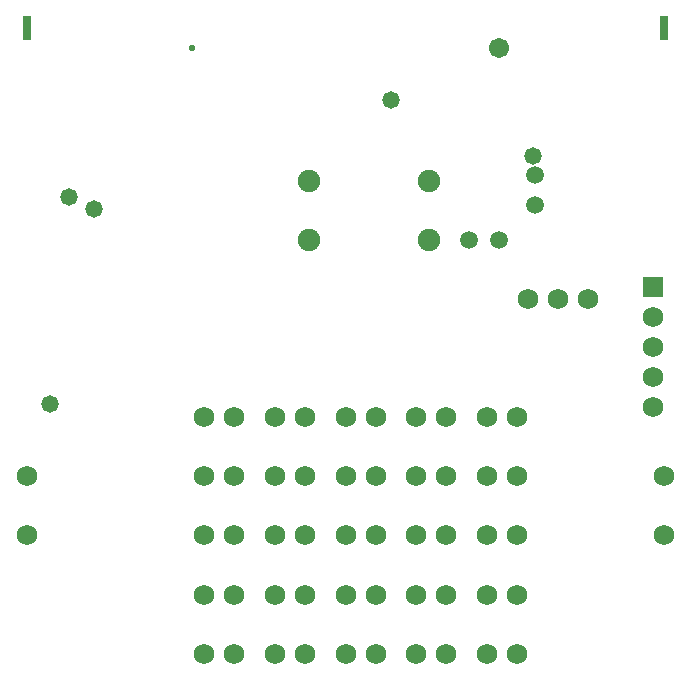
<source format=gbs>
G04 Layer_Color=8150272*
%FSLAX25Y25*%
%MOIN*%
G70*
G01*
G75*
%ADD30C,0.06800*%
%ADD31C,0.07493*%
%ADD32R,0.02769X0.07887*%
%ADD33C,0.06706*%
%ADD34C,0.02300*%
%ADD35C,0.05918*%
%ADD37R,0.06800X0.06800*%
%ADD38C,0.05800*%
D30*
X307087Y334646D02*
D03*
Y354331D02*
D03*
X94488Y334646D02*
D03*
Y354331D02*
D03*
X271654Y413386D02*
D03*
X261654D02*
D03*
X281654D02*
D03*
X303150Y407323D02*
D03*
Y397323D02*
D03*
Y387323D02*
D03*
Y377323D02*
D03*
X163543Y295276D02*
D03*
X153543D02*
D03*
X187165D02*
D03*
X177165D02*
D03*
X210787D02*
D03*
X200787D02*
D03*
X234409D02*
D03*
X224409D02*
D03*
X258032D02*
D03*
X248032D02*
D03*
X163543Y314961D02*
D03*
X153543D02*
D03*
X187165D02*
D03*
X177165D02*
D03*
X210787D02*
D03*
X200787D02*
D03*
X234409D02*
D03*
X224409D02*
D03*
X258032D02*
D03*
X248032D02*
D03*
X163543Y334646D02*
D03*
X153543D02*
D03*
X187165D02*
D03*
X177165D02*
D03*
X210787D02*
D03*
X200787D02*
D03*
X234409D02*
D03*
X224409D02*
D03*
X258032D02*
D03*
X248032D02*
D03*
X163543Y354331D02*
D03*
X153543D02*
D03*
X187165D02*
D03*
X177165D02*
D03*
X210787D02*
D03*
X200787D02*
D03*
X234409D02*
D03*
X224409D02*
D03*
X258032D02*
D03*
X248032D02*
D03*
X163543Y374016D02*
D03*
X153543D02*
D03*
X187165Y374016D02*
D03*
X177165D02*
D03*
X210787Y374016D02*
D03*
X200787D02*
D03*
X234409D02*
D03*
X224409D02*
D03*
X258032D02*
D03*
X248032D02*
D03*
D31*
X228662Y452756D02*
D03*
X188662D02*
D03*
X228662Y433071D02*
D03*
X188662D02*
D03*
D32*
X307087Y503937D02*
D03*
X94488D02*
D03*
D33*
X251969Y497244D02*
D03*
D34*
X149606D02*
D03*
D35*
X263780Y454882D02*
D03*
Y444882D02*
D03*
X241969Y433071D02*
D03*
X251969D02*
D03*
D37*
X303150Y417323D02*
D03*
D38*
X263228Y461000D02*
D03*
X102421Y378600D02*
D03*
X117000Y443400D02*
D03*
X108500Y447400D02*
D03*
X215806Y479900D02*
D03*
M02*

</source>
